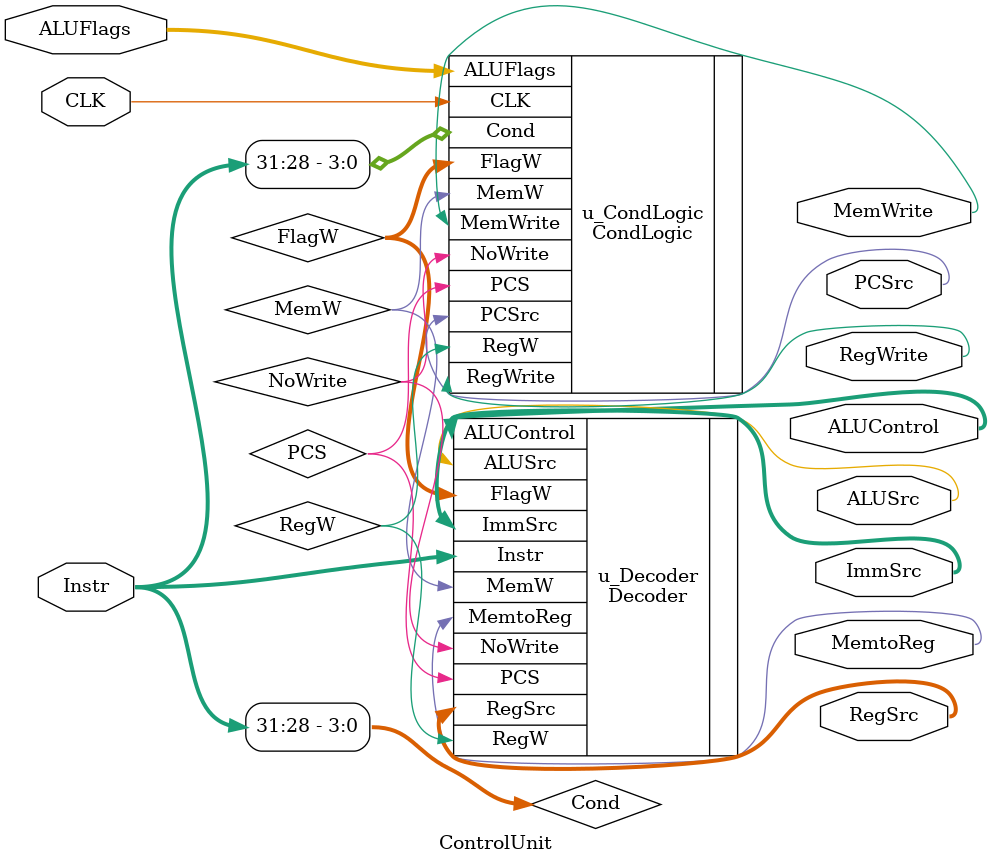
<source format=v>
module ControlUnit(
    input [31:0] Instr,
    input [3:0] ALUFlags,
    input CLK,

    output MemtoReg,
    output MemWrite,
    output ALUSrc,
    output [1:0] ImmSrc,
    output RegWrite,
    output [1:0] RegSrc,
    output [1:0] ALUControl,	
    output PCSrc
); 
    
    wire [3:0] Cond;
    wire PSC, RegW, MemW, NoWrite;
    wire [1:0] FlagW;

    assign Cond=Instr[31:28];

    CondLogic u_CondLogic(
        .CLK      ( CLK      ),
        .PCS      ( PCS      ),
        .RegW     ( RegW     ),
        .MemW     ( MemW     ),
        .FlagW    ( FlagW    ),
        .Cond     ( Cond     ),
        .ALUFlags ( ALUFlags ),
        .NoWrite  ( NoWrite ),
        .PCSrc    ( PCSrc    ),
        .RegWrite ( RegWrite ),
        .MemWrite  ( MemWrite  )
    );

    Decoder u_Decoder(
        .Instr      ( Instr      ),
        .PCS        ( PCS        ),
        .RegW       ( RegW       ),
        .MemW       ( MemW       ),
        .MemtoReg   ( MemtoReg   ),
        .ALUSrc     ( ALUSrc     ),
        .ImmSrc     ( ImmSrc     ),
        .RegSrc     ( RegSrc     ),
        .ALUControl ( ALUControl ),
        .NoWrite    ( NoWrite ),
        .FlagW      ( FlagW      )
    );

endmodule
</source>
